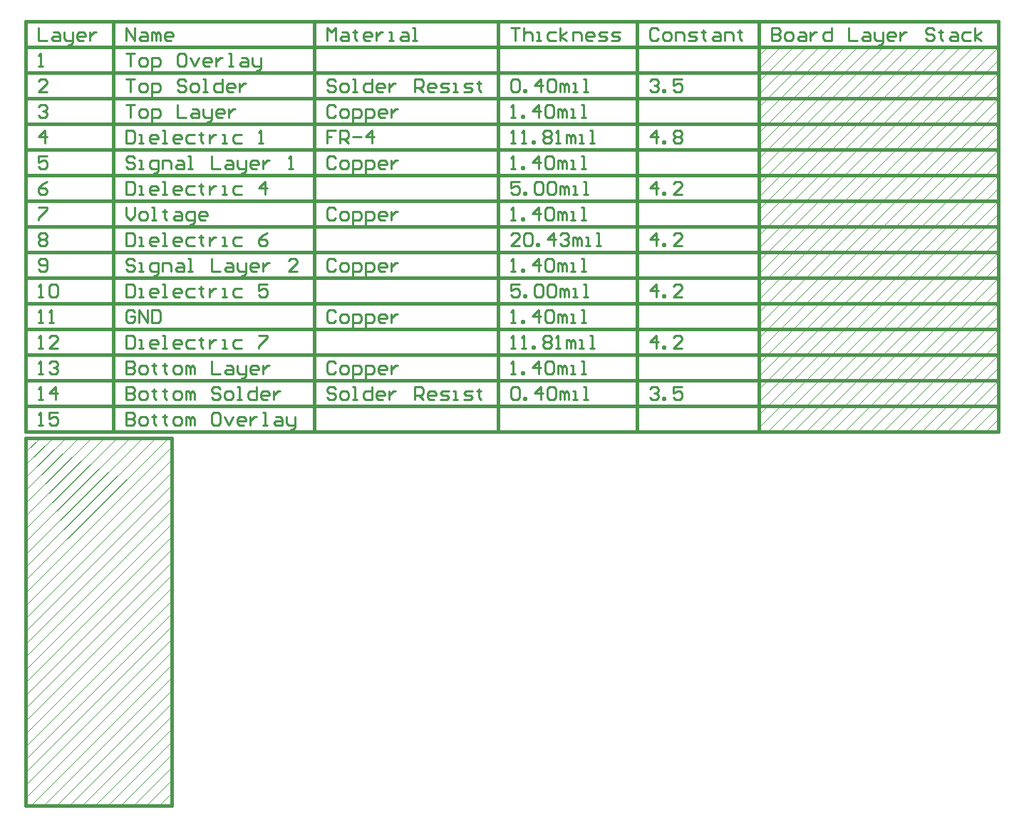
<source format=gm1>
G04 Layer_Color=16711935*
%FSLAX24Y24*%
%MOIN*%
G70*
G01*
G75*
%ADD58C,0.0010*%
%ADD99C,0.0100*%
%ADD100C,0.0150*%
D58*
X-14281Y25970D02*
X-14246Y26005D01*
X-14281Y25370D02*
X-13646Y26005D01*
X-14281Y24770D02*
X-13046Y26005D01*
X-14281Y24170D02*
X-12446Y26005D01*
X-14281Y23570D02*
X-11846Y26005D01*
X-14281Y22970D02*
X-11246Y26005D01*
X-14281Y22370D02*
X-10646Y26005D01*
X-14281Y21770D02*
X-10046Y26005D01*
X-14281Y21170D02*
X-9446Y26005D01*
X-14281Y20570D02*
X-8846Y26005D01*
X-14281Y19970D02*
X-8246Y26005D01*
X-14281Y19370D02*
X-7646Y26005D01*
X-14281Y18770D02*
X-7458Y25593D01*
X-14281Y18170D02*
X-7458Y24993D01*
X-14281Y17570D02*
X-7458Y24393D01*
X-14281Y16970D02*
X-7458Y23793D01*
X-14281Y16370D02*
X-7458Y23193D01*
X-14281Y15770D02*
X-7458Y22593D01*
X-14281Y15170D02*
X-7458Y21993D01*
X-14281Y14570D02*
X-7458Y21393D01*
X-14281Y13970D02*
X-7458Y20793D01*
X-14281Y13370D02*
X-7458Y20193D01*
X-14281Y12770D02*
X-7458Y19593D01*
X-14281Y12170D02*
X-7458Y18993D01*
X-14281Y11570D02*
X-7458Y18393D01*
X-14281Y10970D02*
X-7458Y17793D01*
X-14281Y10370D02*
X-7458Y17193D01*
X-14281Y9770D02*
X-7458Y16593D01*
X-14281Y9170D02*
X-7458Y15993D01*
X-14063Y8788D02*
X-7458Y15393D01*
X-13463Y8788D02*
X-7458Y14793D01*
X-12863Y8788D02*
X-7458Y14193D01*
X-12263Y8788D02*
X-7458Y13593D01*
X-11663Y8788D02*
X-7458Y12993D01*
X-11063Y8788D02*
X-7458Y12393D01*
X-10463Y8788D02*
X-7458Y11793D01*
X-9863Y8788D02*
X-7458Y11193D01*
X-9263Y8788D02*
X-7458Y10593D01*
X-8663Y8788D02*
X-7458Y9993D01*
X-8063Y8788D02*
X-7458Y9393D01*
X20010Y43903D02*
X20407Y44300D01*
X20010Y43303D02*
X21007Y44300D01*
X20407Y43100D02*
X21607Y44300D01*
X21007Y43100D02*
X22207Y44300D01*
X21607Y43100D02*
X22807Y44300D01*
X22207Y43100D02*
X23407Y44300D01*
X22807Y43100D02*
X24007Y44300D01*
X23407Y43100D02*
X24607Y44300D01*
X24007Y43100D02*
X25207Y44300D01*
X24607Y43100D02*
X25807Y44300D01*
X25207Y43100D02*
X26407Y44300D01*
X25807Y43100D02*
X27007Y44300D01*
X26407Y43100D02*
X27607Y44300D01*
X27007Y43100D02*
X28207Y44300D01*
X27607Y43100D02*
X28807Y44300D01*
X28207Y43100D02*
X29407Y44300D01*
X28807Y43100D02*
X30007Y44300D01*
X29407Y43100D02*
X30607Y44300D01*
X30007Y43100D02*
X31207Y44300D01*
X30607Y43100D02*
X31207Y43700D01*
X20010Y42703D02*
X20407Y43100D01*
X20010Y42103D02*
X21007Y43100D01*
X20407Y41900D02*
X21607Y43100D01*
X21007Y41900D02*
X22207Y43100D01*
X21607Y41900D02*
X22807Y43100D01*
X22207Y41900D02*
X23407Y43100D01*
X22807Y41900D02*
X24007Y43100D01*
X23407Y41900D02*
X24607Y43100D01*
X24007Y41900D02*
X25207Y43100D01*
X24607Y41900D02*
X25807Y43100D01*
X25207Y41900D02*
X26407Y43100D01*
X25807Y41900D02*
X27007Y43100D01*
X26407Y41900D02*
X27607Y43100D01*
X27007Y41900D02*
X28207Y43100D01*
X27607Y41900D02*
X28807Y43100D01*
X28207Y41900D02*
X29407Y43100D01*
X28807Y41900D02*
X30007Y43100D01*
X29407Y41900D02*
X30607Y43100D01*
X30007Y41900D02*
X31207Y43100D01*
X30607Y41900D02*
X31207Y42500D01*
X20010Y41503D02*
X20407Y41900D01*
X20010Y40903D02*
X21007Y41900D01*
X20407Y40700D02*
X21607Y41900D01*
X21007Y40700D02*
X22207Y41900D01*
X21607Y40700D02*
X22807Y41900D01*
X22207Y40700D02*
X23407Y41900D01*
X22807Y40700D02*
X24007Y41900D01*
X23407Y40700D02*
X24607Y41900D01*
X24007Y40700D02*
X25207Y41900D01*
X24607Y40700D02*
X25807Y41900D01*
X25207Y40700D02*
X26407Y41900D01*
X25807Y40700D02*
X27007Y41900D01*
X26407Y40700D02*
X27607Y41900D01*
X27007Y40700D02*
X28207Y41900D01*
X27607Y40700D02*
X28807Y41900D01*
X28207Y40700D02*
X29407Y41900D01*
X28807Y40700D02*
X30007Y41900D01*
X29407Y40700D02*
X30607Y41900D01*
X30007Y40700D02*
X31207Y41900D01*
X30607Y40700D02*
X31207Y41300D01*
X20010Y40303D02*
X20407Y40700D01*
X20010Y39703D02*
X21007Y40700D01*
X20407Y39500D02*
X21607Y40700D01*
X21007Y39500D02*
X22207Y40700D01*
X21607Y39500D02*
X22807Y40700D01*
X22207Y39500D02*
X23407Y40700D01*
X22807Y39500D02*
X24007Y40700D01*
X23407Y39500D02*
X24607Y40700D01*
X24007Y39500D02*
X25207Y40700D01*
X24607Y39500D02*
X25807Y40700D01*
X25207Y39500D02*
X26407Y40700D01*
X25807Y39500D02*
X27007Y40700D01*
X26407Y39500D02*
X27607Y40700D01*
X27007Y39500D02*
X28207Y40700D01*
X27607Y39500D02*
X28807Y40700D01*
X28207Y39500D02*
X29407Y40700D01*
X28807Y39500D02*
X30007Y40700D01*
X29407Y39500D02*
X30607Y40700D01*
X30007Y39500D02*
X31207Y40700D01*
X30607Y39500D02*
X31207Y40100D01*
X20010Y39103D02*
X20407Y39500D01*
X20010Y38503D02*
X21007Y39500D01*
X20407Y38300D02*
X21607Y39500D01*
X21007Y38300D02*
X22207Y39500D01*
X21607Y38300D02*
X22807Y39500D01*
X22207Y38300D02*
X23407Y39500D01*
X22807Y38300D02*
X24007Y39500D01*
X23407Y38300D02*
X24607Y39500D01*
X24007Y38300D02*
X25207Y39500D01*
X24607Y38300D02*
X25807Y39500D01*
X25207Y38300D02*
X26407Y39500D01*
X25807Y38300D02*
X27007Y39500D01*
X26407Y38300D02*
X27607Y39500D01*
X27007Y38300D02*
X28207Y39500D01*
X27607Y38300D02*
X28807Y39500D01*
X28207Y38300D02*
X29407Y39500D01*
X28807Y38300D02*
X30007Y39500D01*
X29407Y38300D02*
X30607Y39500D01*
X30007Y38300D02*
X31207Y39500D01*
X30607Y38300D02*
X31207Y38900D01*
X20010Y37903D02*
X20407Y38300D01*
X20010Y37303D02*
X21007Y38300D01*
X20407Y37100D02*
X21607Y38300D01*
X21007Y37100D02*
X22207Y38300D01*
X21607Y37100D02*
X22807Y38300D01*
X22207Y37100D02*
X23407Y38300D01*
X22807Y37100D02*
X24007Y38300D01*
X23407Y37100D02*
X24607Y38300D01*
X24007Y37100D02*
X25207Y38300D01*
X24607Y37100D02*
X25807Y38300D01*
X25207Y37100D02*
X26407Y38300D01*
X25807Y37100D02*
X27007Y38300D01*
X26407Y37100D02*
X27607Y38300D01*
X27007Y37100D02*
X28207Y38300D01*
X27607Y37100D02*
X28807Y38300D01*
X28207Y37100D02*
X29407Y38300D01*
X28807Y37100D02*
X30007Y38300D01*
X29407Y37100D02*
X30607Y38300D01*
X30007Y37100D02*
X31207Y38300D01*
X30607Y37100D02*
X31207Y37700D01*
X20010Y36703D02*
X20407Y37100D01*
X20010Y36103D02*
X21007Y37100D01*
X20407Y35900D02*
X21607Y37100D01*
X21007Y35900D02*
X22207Y37100D01*
X21607Y35900D02*
X22807Y37100D01*
X22207Y35900D02*
X23407Y37100D01*
X22807Y35900D02*
X24007Y37100D01*
X23407Y35900D02*
X24607Y37100D01*
X24007Y35900D02*
X25207Y37100D01*
X24607Y35900D02*
X25807Y37100D01*
X25207Y35900D02*
X26407Y37100D01*
X25807Y35900D02*
X27007Y37100D01*
X26407Y35900D02*
X27607Y37100D01*
X27007Y35900D02*
X28207Y37100D01*
X27607Y35900D02*
X28807Y37100D01*
X28207Y35900D02*
X29407Y37100D01*
X28807Y35900D02*
X30007Y37100D01*
X29407Y35900D02*
X30607Y37100D01*
X30007Y35900D02*
X31207Y37100D01*
X30607Y35900D02*
X31207Y36500D01*
X20010Y35503D02*
X20407Y35900D01*
X20010Y34903D02*
X21007Y35900D01*
X20407Y34700D02*
X21607Y35900D01*
X21007Y34700D02*
X22207Y35900D01*
X21607Y34700D02*
X22807Y35900D01*
X22207Y34700D02*
X23407Y35900D01*
X22807Y34700D02*
X24007Y35900D01*
X23407Y34700D02*
X24607Y35900D01*
X24007Y34700D02*
X25207Y35900D01*
X24607Y34700D02*
X25807Y35900D01*
X25207Y34700D02*
X26407Y35900D01*
X25807Y34700D02*
X27007Y35900D01*
X26407Y34700D02*
X27607Y35900D01*
X27007Y34700D02*
X28207Y35900D01*
X27607Y34700D02*
X28807Y35900D01*
X28207Y34700D02*
X29407Y35900D01*
X28807Y34700D02*
X30007Y35900D01*
X29407Y34700D02*
X30607Y35900D01*
X30007Y34700D02*
X31207Y35900D01*
X30607Y34700D02*
X31207Y35300D01*
X20010Y34303D02*
X20407Y34700D01*
X20010Y33703D02*
X21007Y34700D01*
X20407Y33500D02*
X21607Y34700D01*
X21007Y33500D02*
X22207Y34700D01*
X21607Y33500D02*
X22807Y34700D01*
X22207Y33500D02*
X23407Y34700D01*
X22807Y33500D02*
X24007Y34700D01*
X23407Y33500D02*
X24607Y34700D01*
X24007Y33500D02*
X25207Y34700D01*
X24607Y33500D02*
X25807Y34700D01*
X25207Y33500D02*
X26407Y34700D01*
X25807Y33500D02*
X27007Y34700D01*
X26407Y33500D02*
X27607Y34700D01*
X27007Y33500D02*
X28207Y34700D01*
X27607Y33500D02*
X28807Y34700D01*
X28207Y33500D02*
X29407Y34700D01*
X28807Y33500D02*
X30007Y34700D01*
X29407Y33500D02*
X30607Y34700D01*
X30007Y33500D02*
X31207Y34700D01*
X30607Y33500D02*
X31207Y34100D01*
X20010Y33103D02*
X20407Y33500D01*
X20010Y32503D02*
X21007Y33500D01*
X20407Y32300D02*
X21607Y33500D01*
X21007Y32300D02*
X22207Y33500D01*
X21607Y32300D02*
X22807Y33500D01*
X22207Y32300D02*
X23407Y33500D01*
X22807Y32300D02*
X24007Y33500D01*
X23407Y32300D02*
X24607Y33500D01*
X24007Y32300D02*
X25207Y33500D01*
X24607Y32300D02*
X25807Y33500D01*
X25207Y32300D02*
X26407Y33500D01*
X25807Y32300D02*
X27007Y33500D01*
X26407Y32300D02*
X27607Y33500D01*
X27007Y32300D02*
X28207Y33500D01*
X27607Y32300D02*
X28807Y33500D01*
X28207Y32300D02*
X29407Y33500D01*
X28807Y32300D02*
X30007Y33500D01*
X29407Y32300D02*
X30607Y33500D01*
X30007Y32300D02*
X31207Y33500D01*
X30607Y32300D02*
X31207Y32900D01*
X20010Y31903D02*
X20407Y32300D01*
X20010Y31303D02*
X21007Y32300D01*
X20407Y31100D02*
X21607Y32300D01*
X21007Y31100D02*
X22207Y32300D01*
X21607Y31100D02*
X22807Y32300D01*
X22207Y31100D02*
X23407Y32300D01*
X22807Y31100D02*
X24007Y32300D01*
X23407Y31100D02*
X24607Y32300D01*
X24007Y31100D02*
X25207Y32300D01*
X24607Y31100D02*
X25807Y32300D01*
X25207Y31100D02*
X26407Y32300D01*
X25807Y31100D02*
X27007Y32300D01*
X26407Y31100D02*
X27607Y32300D01*
X27007Y31100D02*
X28207Y32300D01*
X27607Y31100D02*
X28807Y32300D01*
X28207Y31100D02*
X29407Y32300D01*
X28807Y31100D02*
X30007Y32300D01*
X29407Y31100D02*
X30607Y32300D01*
X30007Y31100D02*
X31207Y32300D01*
X30607Y31100D02*
X31207Y31700D01*
X20010Y30703D02*
X20407Y31100D01*
X20010Y30103D02*
X21007Y31100D01*
X20407Y29900D02*
X21607Y31100D01*
X21007Y29900D02*
X22207Y31100D01*
X21607Y29900D02*
X22807Y31100D01*
X22207Y29900D02*
X23407Y31100D01*
X22807Y29900D02*
X24007Y31100D01*
X23407Y29900D02*
X24607Y31100D01*
X24007Y29900D02*
X25207Y31100D01*
X24607Y29900D02*
X25807Y31100D01*
X25207Y29900D02*
X26407Y31100D01*
X25807Y29900D02*
X27007Y31100D01*
X26407Y29900D02*
X27607Y31100D01*
X27007Y29900D02*
X28207Y31100D01*
X27607Y29900D02*
X28807Y31100D01*
X28207Y29900D02*
X29407Y31100D01*
X28807Y29900D02*
X30007Y31100D01*
X29407Y29900D02*
X30607Y31100D01*
X30007Y29900D02*
X31207Y31100D01*
X30607Y29900D02*
X31207Y30500D01*
X20010Y29503D02*
X20407Y29900D01*
X20010Y28903D02*
X21007Y29900D01*
X20407Y28700D02*
X21607Y29900D01*
X21007Y28700D02*
X22207Y29900D01*
X21607Y28700D02*
X22807Y29900D01*
X22207Y28700D02*
X23407Y29900D01*
X22807Y28700D02*
X24007Y29900D01*
X23407Y28700D02*
X24607Y29900D01*
X24007Y28700D02*
X25207Y29900D01*
X24607Y28700D02*
X25807Y29900D01*
X25207Y28700D02*
X26407Y29900D01*
X25807Y28700D02*
X27007Y29900D01*
X26407Y28700D02*
X27607Y29900D01*
X27007Y28700D02*
X28207Y29900D01*
X27607Y28700D02*
X28807Y29900D01*
X28207Y28700D02*
X29407Y29900D01*
X28807Y28700D02*
X30007Y29900D01*
X29407Y28700D02*
X30607Y29900D01*
X30007Y28700D02*
X31207Y29900D01*
X30607Y28700D02*
X31207Y29300D01*
X20010Y28303D02*
X20407Y28700D01*
X20010Y27703D02*
X21007Y28700D01*
X20407Y27500D02*
X21607Y28700D01*
X21007Y27500D02*
X22207Y28700D01*
X21607Y27500D02*
X22807Y28700D01*
X22207Y27500D02*
X23407Y28700D01*
X22807Y27500D02*
X24007Y28700D01*
X23407Y27500D02*
X24607Y28700D01*
X24007Y27500D02*
X25207Y28700D01*
X24607Y27500D02*
X25807Y28700D01*
X25207Y27500D02*
X26407Y28700D01*
X25807Y27500D02*
X27007Y28700D01*
X26407Y27500D02*
X27607Y28700D01*
X27007Y27500D02*
X28207Y28700D01*
X27607Y27500D02*
X28807Y28700D01*
X28207Y27500D02*
X29407Y28700D01*
X28807Y27500D02*
X30007Y28700D01*
X29407Y27500D02*
X30607Y28700D01*
X30007Y27500D02*
X31207Y28700D01*
X30607Y27500D02*
X31207Y28100D01*
X20010Y27103D02*
X20407Y27500D01*
X20010Y26503D02*
X21007Y27500D01*
X20407Y26300D02*
X21607Y27500D01*
X21007Y26300D02*
X22207Y27500D01*
X21607Y26300D02*
X22807Y27500D01*
X22207Y26300D02*
X23407Y27500D01*
X22807Y26300D02*
X24007Y27500D01*
X23407Y26300D02*
X24607Y27500D01*
X24007Y26300D02*
X25207Y27500D01*
X24607Y26300D02*
X25807Y27500D01*
X25207Y26300D02*
X26407Y27500D01*
X25807Y26300D02*
X27007Y27500D01*
X26407Y26300D02*
X27607Y27500D01*
X27007Y26300D02*
X28207Y27500D01*
X27607Y26300D02*
X28807Y27500D01*
X28207Y26300D02*
X29407Y27500D01*
X28807Y26300D02*
X30007Y27500D01*
X29407Y26300D02*
X30607Y27500D01*
X30007Y26300D02*
X31207Y27500D01*
X30607Y26300D02*
X31207Y26900D01*
D99*
X20610Y45200D02*
Y44600D01*
X20910D01*
X21010Y44700D01*
Y44800D01*
X20910Y44900D01*
X20610D01*
X20910D01*
X21010Y45000D01*
Y45100D01*
X20910Y45200D01*
X20610D01*
X21310Y44600D02*
X21510D01*
X21610Y44700D01*
Y44900D01*
X21510Y45000D01*
X21310D01*
X21210Y44900D01*
Y44700D01*
X21310Y44600D01*
X21910Y45000D02*
X22110D01*
X22210Y44900D01*
Y44600D01*
X21910D01*
X21810Y44700D01*
X21910Y44800D01*
X22210D01*
X22409Y45000D02*
Y44600D01*
Y44800D01*
X22509Y44900D01*
X22609Y45000D01*
X22709D01*
X23409Y45200D02*
Y44600D01*
X23109D01*
X23009Y44700D01*
Y44900D01*
X23109Y45000D01*
X23409D01*
X24209Y45200D02*
Y44600D01*
X24609D01*
X24909Y45000D02*
X25109D01*
X25209Y44900D01*
Y44600D01*
X24909D01*
X24809Y44700D01*
X24909Y44800D01*
X25209D01*
X25408Y45000D02*
Y44700D01*
X25508Y44600D01*
X25808D01*
Y44500D01*
X25708Y44400D01*
X25608D01*
X25808Y44600D02*
Y45000D01*
X26308Y44600D02*
X26108D01*
X26008Y44700D01*
Y44900D01*
X26108Y45000D01*
X26308D01*
X26408Y44900D01*
Y44800D01*
X26008D01*
X26608Y45000D02*
Y44600D01*
Y44800D01*
X26708Y44900D01*
X26808Y45000D01*
X26908D01*
X28208Y45100D02*
X28108Y45200D01*
X27908D01*
X27808Y45100D01*
Y45000D01*
X27908Y44900D01*
X28108D01*
X28208Y44800D01*
Y44700D01*
X28108Y44600D01*
X27908D01*
X27808Y44700D01*
X28507Y45100D02*
Y45000D01*
X28407D01*
X28607D01*
X28507D01*
Y44700D01*
X28607Y44600D01*
X29007Y45000D02*
X29207D01*
X29307Y44900D01*
Y44600D01*
X29007D01*
X28907Y44700D01*
X29007Y44800D01*
X29307D01*
X29907Y45000D02*
X29607D01*
X29507Y44900D01*
Y44700D01*
X29607Y44600D01*
X29907D01*
X30107D02*
Y45200D01*
Y44800D02*
X30407Y45000D01*
X30107Y44800D02*
X30407Y44600D01*
X14911Y42700D02*
X15011Y42800D01*
X15211D01*
X15311Y42700D01*
Y42600D01*
X15211Y42500D01*
X15111D01*
X15211D01*
X15311Y42400D01*
Y42300D01*
X15211Y42200D01*
X15011D01*
X14911Y42300D01*
X15511Y42200D02*
Y42300D01*
X15611D01*
Y42200D01*
X15511D01*
X16411Y42800D02*
X16011D01*
Y42500D01*
X16211Y42600D01*
X16311D01*
X16411Y42500D01*
Y42300D01*
X16311Y42200D01*
X16111D01*
X16011Y42300D01*
X15211Y39800D02*
Y40400D01*
X14911Y40100D01*
X15311D01*
X15511Y39800D02*
Y39900D01*
X15611D01*
Y39800D01*
X15511D01*
X16011Y40300D02*
X16111Y40400D01*
X16311D01*
X16411Y40300D01*
Y40200D01*
X16311Y40100D01*
X16411Y40000D01*
Y39900D01*
X16311Y39800D01*
X16111D01*
X16011Y39900D01*
Y40000D01*
X16111Y40100D01*
X16011Y40200D01*
Y40300D01*
X16111Y40100D02*
X16311D01*
X15211Y37400D02*
Y38000D01*
X14911Y37700D01*
X15311D01*
X15511Y37400D02*
Y37500D01*
X15611D01*
Y37400D01*
X15511D01*
X16411D02*
X16011D01*
X16411Y37800D01*
Y37900D01*
X16311Y38000D01*
X16111D01*
X16011Y37900D01*
X15211Y35000D02*
Y35600D01*
X14911Y35300D01*
X15311D01*
X15511Y35000D02*
Y35100D01*
X15611D01*
Y35000D01*
X15511D01*
X16411D02*
X16011D01*
X16411Y35400D01*
Y35500D01*
X16311Y35600D01*
X16111D01*
X16011Y35500D01*
X15211Y32600D02*
Y33200D01*
X14911Y32900D01*
X15311D01*
X15511Y32600D02*
Y32700D01*
X15611D01*
Y32600D01*
X15511D01*
X16411D02*
X16011D01*
X16411Y33000D01*
Y33100D01*
X16311Y33200D01*
X16111D01*
X16011Y33100D01*
X15211Y30200D02*
Y30800D01*
X14911Y30500D01*
X15311D01*
X15511Y30200D02*
Y30300D01*
X15611D01*
Y30200D01*
X15511D01*
X16411D02*
X16011D01*
X16411Y30600D01*
Y30700D01*
X16311Y30800D01*
X16111D01*
X16011Y30700D01*
X14911Y28300D02*
X15011Y28400D01*
X15211D01*
X15311Y28300D01*
Y28200D01*
X15211Y28100D01*
X15111D01*
X15211D01*
X15311Y28000D01*
Y27900D01*
X15211Y27800D01*
X15011D01*
X14911Y27900D01*
X15511Y27800D02*
Y27900D01*
X15611D01*
Y27800D01*
X15511D01*
X16411Y28400D02*
X16011D01*
Y28100D01*
X16211Y28200D01*
X16311D01*
X16411Y28100D01*
Y27900D01*
X16311Y27800D01*
X16111D01*
X16011Y27900D01*
X15311Y45100D02*
X15211Y45200D01*
X15011D01*
X14911Y45100D01*
Y44700D01*
X15011Y44600D01*
X15211D01*
X15311Y44700D01*
X15611Y44600D02*
X15811D01*
X15911Y44700D01*
Y44900D01*
X15811Y45000D01*
X15611D01*
X15511Y44900D01*
Y44700D01*
X15611Y44600D01*
X16111D02*
Y45000D01*
X16411D01*
X16511Y44900D01*
Y44600D01*
X16711D02*
X17011D01*
X17111Y44700D01*
X17011Y44800D01*
X16811D01*
X16711Y44900D01*
X16811Y45000D01*
X17111D01*
X17411Y45100D02*
Y45000D01*
X17311D01*
X17511D01*
X17411D01*
Y44700D01*
X17511Y44600D01*
X17910Y45000D02*
X18110D01*
X18210Y44900D01*
Y44600D01*
X17910D01*
X17810Y44700D01*
X17910Y44800D01*
X18210D01*
X18410Y44600D02*
Y45000D01*
X18710D01*
X18810Y44900D01*
Y44600D01*
X19110Y45100D02*
Y45000D01*
X19010D01*
X19210D01*
X19110D01*
Y44700D01*
X19210Y44600D01*
X8413Y42700D02*
X8513Y42800D01*
X8713D01*
X8813Y42700D01*
Y42300D01*
X8713Y42200D01*
X8513D01*
X8413Y42300D01*
Y42700D01*
X9013Y42200D02*
Y42300D01*
X9113D01*
Y42200D01*
X9013D01*
X9813D02*
Y42800D01*
X9513Y42500D01*
X9913D01*
X10113Y42700D02*
X10212Y42800D01*
X10412D01*
X10512Y42700D01*
Y42300D01*
X10412Y42200D01*
X10212D01*
X10113Y42300D01*
Y42700D01*
X10712Y42200D02*
Y42600D01*
X10812D01*
X10912Y42500D01*
Y42200D01*
Y42500D01*
X11012Y42600D01*
X11112Y42500D01*
Y42200D01*
X11312D02*
X11512D01*
X11412D01*
Y42600D01*
X11312D01*
X11812Y42200D02*
X12012D01*
X11912D01*
Y42800D01*
X11812D01*
X8413Y41000D02*
X8613D01*
X8513D01*
Y41600D01*
X8413Y41500D01*
X8913Y41000D02*
Y41100D01*
X9013D01*
Y41000D01*
X8913D01*
X9713D02*
Y41600D01*
X9413Y41300D01*
X9813D01*
X10013Y41500D02*
X10113Y41600D01*
X10312D01*
X10412Y41500D01*
Y41100D01*
X10312Y41000D01*
X10113D01*
X10013Y41100D01*
Y41500D01*
X10612Y41000D02*
Y41400D01*
X10712D01*
X10812Y41300D01*
Y41000D01*
Y41300D01*
X10912Y41400D01*
X11012Y41300D01*
Y41000D01*
X11212D02*
X11412D01*
X11312D01*
Y41400D01*
X11212D01*
X11712Y41000D02*
X11912D01*
X11812D01*
Y41600D01*
X11712D01*
X8413Y39800D02*
X8613D01*
X8513D01*
Y40400D01*
X8413Y40300D01*
X8913Y39800D02*
X9113D01*
X9013D01*
Y40400D01*
X8913Y40300D01*
X9413Y39800D02*
Y39900D01*
X9513D01*
Y39800D01*
X9413D01*
X9913Y40300D02*
X10013Y40400D01*
X10212D01*
X10312Y40300D01*
Y40200D01*
X10212Y40100D01*
X10312Y40000D01*
Y39900D01*
X10212Y39800D01*
X10013D01*
X9913Y39900D01*
Y40000D01*
X10013Y40100D01*
X9913Y40200D01*
Y40300D01*
X10013Y40100D02*
X10212D01*
X10512Y39800D02*
X10712D01*
X10612D01*
Y40400D01*
X10512Y40300D01*
X11012Y39800D02*
Y40200D01*
X11112D01*
X11212Y40100D01*
Y39800D01*
Y40100D01*
X11312Y40200D01*
X11412Y40100D01*
Y39800D01*
X11612D02*
X11812D01*
X11712D01*
Y40200D01*
X11612D01*
X12112Y39800D02*
X12312D01*
X12212D01*
Y40400D01*
X12112D01*
X8413Y38600D02*
X8613D01*
X8513D01*
Y39200D01*
X8413Y39100D01*
X8913Y38600D02*
Y38700D01*
X9013D01*
Y38600D01*
X8913D01*
X9713D02*
Y39200D01*
X9413Y38900D01*
X9813D01*
X10013Y39100D02*
X10113Y39200D01*
X10312D01*
X10412Y39100D01*
Y38700D01*
X10312Y38600D01*
X10113D01*
X10013Y38700D01*
Y39100D01*
X10612Y38600D02*
Y39000D01*
X10712D01*
X10812Y38900D01*
Y38600D01*
Y38900D01*
X10912Y39000D01*
X11012Y38900D01*
Y38600D01*
X11212D02*
X11412D01*
X11312D01*
Y39000D01*
X11212D01*
X11712Y38600D02*
X11912D01*
X11812D01*
Y39200D01*
X11712D01*
X8813Y38000D02*
X8413D01*
Y37700D01*
X8613Y37800D01*
X8713D01*
X8813Y37700D01*
Y37500D01*
X8713Y37400D01*
X8513D01*
X8413Y37500D01*
X9013Y37400D02*
Y37500D01*
X9113D01*
Y37400D01*
X9013D01*
X9513Y37900D02*
X9613Y38000D01*
X9813D01*
X9913Y37900D01*
Y37500D01*
X9813Y37400D01*
X9613D01*
X9513Y37500D01*
Y37900D01*
X10113D02*
X10212Y38000D01*
X10412D01*
X10512Y37900D01*
Y37500D01*
X10412Y37400D01*
X10212D01*
X10113Y37500D01*
Y37900D01*
X10712Y37400D02*
Y37800D01*
X10812D01*
X10912Y37700D01*
Y37400D01*
Y37700D01*
X11012Y37800D01*
X11112Y37700D01*
Y37400D01*
X11312D02*
X11512D01*
X11412D01*
Y37800D01*
X11312D01*
X11812Y37400D02*
X12012D01*
X11912D01*
Y38000D01*
X11812D01*
X8413Y36200D02*
X8613D01*
X8513D01*
Y36800D01*
X8413Y36700D01*
X8913Y36200D02*
Y36300D01*
X9013D01*
Y36200D01*
X8913D01*
X9713D02*
Y36800D01*
X9413Y36500D01*
X9813D01*
X10013Y36700D02*
X10113Y36800D01*
X10312D01*
X10412Y36700D01*
Y36300D01*
X10312Y36200D01*
X10113D01*
X10013Y36300D01*
Y36700D01*
X10612Y36200D02*
Y36600D01*
X10712D01*
X10812Y36500D01*
Y36200D01*
Y36500D01*
X10912Y36600D01*
X11012Y36500D01*
Y36200D01*
X11212D02*
X11412D01*
X11312D01*
Y36600D01*
X11212D01*
X11712Y36200D02*
X11912D01*
X11812D01*
Y36800D01*
X11712D01*
X8813Y35000D02*
X8413D01*
X8813Y35400D01*
Y35500D01*
X8713Y35600D01*
X8513D01*
X8413Y35500D01*
X9013D02*
X9113Y35600D01*
X9313D01*
X9413Y35500D01*
Y35100D01*
X9313Y35000D01*
X9113D01*
X9013Y35100D01*
Y35500D01*
X9613Y35000D02*
Y35100D01*
X9713D01*
Y35000D01*
X9613D01*
X10412D02*
Y35600D01*
X10113Y35300D01*
X10512D01*
X10712Y35500D02*
X10812Y35600D01*
X11012D01*
X11112Y35500D01*
Y35400D01*
X11012Y35300D01*
X10912D01*
X11012D01*
X11112Y35200D01*
Y35100D01*
X11012Y35000D01*
X10812D01*
X10712Y35100D01*
X11312Y35000D02*
Y35400D01*
X11412D01*
X11512Y35300D01*
Y35000D01*
Y35300D01*
X11612Y35400D01*
X11712Y35300D01*
Y35000D01*
X11912D02*
X12112D01*
X12012D01*
Y35400D01*
X11912D01*
X12412Y35000D02*
X12612D01*
X12512D01*
Y35600D01*
X12412D01*
X8413Y33800D02*
X8613D01*
X8513D01*
Y34400D01*
X8413Y34300D01*
X8913Y33800D02*
Y33900D01*
X9013D01*
Y33800D01*
X8913D01*
X9713D02*
Y34400D01*
X9413Y34100D01*
X9813D01*
X10013Y34300D02*
X10113Y34400D01*
X10312D01*
X10412Y34300D01*
Y33900D01*
X10312Y33800D01*
X10113D01*
X10013Y33900D01*
Y34300D01*
X10612Y33800D02*
Y34200D01*
X10712D01*
X10812Y34100D01*
Y33800D01*
Y34100D01*
X10912Y34200D01*
X11012Y34100D01*
Y33800D01*
X11212D02*
X11412D01*
X11312D01*
Y34200D01*
X11212D01*
X11712Y33800D02*
X11912D01*
X11812D01*
Y34400D01*
X11712D01*
X8813Y33200D02*
X8413D01*
Y32900D01*
X8613Y33000D01*
X8713D01*
X8813Y32900D01*
Y32700D01*
X8713Y32600D01*
X8513D01*
X8413Y32700D01*
X9013Y32600D02*
Y32700D01*
X9113D01*
Y32600D01*
X9013D01*
X9513Y33100D02*
X9613Y33200D01*
X9813D01*
X9913Y33100D01*
Y32700D01*
X9813Y32600D01*
X9613D01*
X9513Y32700D01*
Y33100D01*
X10113D02*
X10212Y33200D01*
X10412D01*
X10512Y33100D01*
Y32700D01*
X10412Y32600D01*
X10212D01*
X10113Y32700D01*
Y33100D01*
X10712Y32600D02*
Y33000D01*
X10812D01*
X10912Y32900D01*
Y32600D01*
Y32900D01*
X11012Y33000D01*
X11112Y32900D01*
Y32600D01*
X11312D02*
X11512D01*
X11412D01*
Y33000D01*
X11312D01*
X11812Y32600D02*
X12012D01*
X11912D01*
Y33200D01*
X11812D01*
X8413Y31400D02*
X8613D01*
X8513D01*
Y32000D01*
X8413Y31900D01*
X8913Y31400D02*
Y31500D01*
X9013D01*
Y31400D01*
X8913D01*
X9713D02*
Y32000D01*
X9413Y31700D01*
X9813D01*
X10013Y31900D02*
X10113Y32000D01*
X10312D01*
X10412Y31900D01*
Y31500D01*
X10312Y31400D01*
X10113D01*
X10013Y31500D01*
Y31900D01*
X10612Y31400D02*
Y31800D01*
X10712D01*
X10812Y31700D01*
Y31400D01*
Y31700D01*
X10912Y31800D01*
X11012Y31700D01*
Y31400D01*
X11212D02*
X11412D01*
X11312D01*
Y31800D01*
X11212D01*
X11712Y31400D02*
X11912D01*
X11812D01*
Y32000D01*
X11712D01*
X8413Y30200D02*
X8613D01*
X8513D01*
Y30800D01*
X8413Y30700D01*
X8913Y30200D02*
X9113D01*
X9013D01*
Y30800D01*
X8913Y30700D01*
X9413Y30200D02*
Y30300D01*
X9513D01*
Y30200D01*
X9413D01*
X9913Y30700D02*
X10013Y30800D01*
X10212D01*
X10312Y30700D01*
Y30600D01*
X10212Y30500D01*
X10312Y30400D01*
Y30300D01*
X10212Y30200D01*
X10013D01*
X9913Y30300D01*
Y30400D01*
X10013Y30500D01*
X9913Y30600D01*
Y30700D01*
X10013Y30500D02*
X10212D01*
X10512Y30200D02*
X10712D01*
X10612D01*
Y30800D01*
X10512Y30700D01*
X11012Y30200D02*
Y30600D01*
X11112D01*
X11212Y30500D01*
Y30200D01*
Y30500D01*
X11312Y30600D01*
X11412Y30500D01*
Y30200D01*
X11612D02*
X11812D01*
X11712D01*
Y30600D01*
X11612D01*
X12112Y30200D02*
X12312D01*
X12212D01*
Y30800D01*
X12112D01*
X8413Y29000D02*
X8613D01*
X8513D01*
Y29600D01*
X8413Y29500D01*
X8913Y29000D02*
Y29100D01*
X9013D01*
Y29000D01*
X8913D01*
X9713D02*
Y29600D01*
X9413Y29300D01*
X9813D01*
X10013Y29500D02*
X10113Y29600D01*
X10312D01*
X10412Y29500D01*
Y29100D01*
X10312Y29000D01*
X10113D01*
X10013Y29100D01*
Y29500D01*
X10612Y29000D02*
Y29400D01*
X10712D01*
X10812Y29300D01*
Y29000D01*
Y29300D01*
X10912Y29400D01*
X11012Y29300D01*
Y29000D01*
X11212D02*
X11412D01*
X11312D01*
Y29400D01*
X11212D01*
X11712Y29000D02*
X11912D01*
X11812D01*
Y29600D01*
X11712D01*
X8413Y28300D02*
X8513Y28400D01*
X8713D01*
X8813Y28300D01*
Y27900D01*
X8713Y27800D01*
X8513D01*
X8413Y27900D01*
Y28300D01*
X9013Y27800D02*
Y27900D01*
X9113D01*
Y27800D01*
X9013D01*
X9813D02*
Y28400D01*
X9513Y28100D01*
X9913D01*
X10113Y28300D02*
X10212Y28400D01*
X10412D01*
X10512Y28300D01*
Y27900D01*
X10412Y27800D01*
X10212D01*
X10113Y27900D01*
Y28300D01*
X10712Y27800D02*
Y28200D01*
X10812D01*
X10912Y28100D01*
Y27800D01*
Y28100D01*
X11012Y28200D01*
X11112Y28100D01*
Y27800D01*
X11312D02*
X11512D01*
X11412D01*
Y28200D01*
X11312D01*
X11812Y27800D02*
X12012D01*
X11912D01*
Y28400D01*
X11812D01*
X8413Y45200D02*
X8813D01*
X8613D01*
Y44600D01*
X9013Y45200D02*
Y44600D01*
Y44900D01*
X9113Y45000D01*
X9313D01*
X9413Y44900D01*
Y44600D01*
X9613D02*
X9813D01*
X9713D01*
Y45000D01*
X9613D01*
X10512D02*
X10212D01*
X10113Y44900D01*
Y44700D01*
X10212Y44600D01*
X10512D01*
X10712D02*
Y45200D01*
Y44800D02*
X11012Y45000D01*
X10712Y44800D02*
X11012Y44600D01*
X11312D02*
Y45000D01*
X11612D01*
X11712Y44900D01*
Y44600D01*
X12212D02*
X12012D01*
X11912Y44700D01*
Y44900D01*
X12012Y45000D01*
X12212D01*
X12312Y44900D01*
Y44800D01*
X11912D01*
X12512Y44600D02*
X12812D01*
X12912Y44700D01*
X12812Y44800D01*
X12612D01*
X12512Y44900D01*
X12612Y45000D01*
X12912D01*
X13112Y44600D02*
X13411D01*
X13511Y44700D01*
X13411Y44800D01*
X13212D01*
X13112Y44900D01*
X13212Y45000D01*
X13511D01*
X215Y42700D02*
X115Y42800D01*
X-85D01*
X-185Y42700D01*
Y42600D01*
X-85Y42500D01*
X115D01*
X215Y42400D01*
Y42300D01*
X115Y42200D01*
X-85D01*
X-185Y42300D01*
X515Y42200D02*
X715D01*
X815Y42300D01*
Y42500D01*
X715Y42600D01*
X515D01*
X415Y42500D01*
Y42300D01*
X515Y42200D01*
X1015D02*
X1215D01*
X1115D01*
Y42800D01*
X1015D01*
X1915D02*
Y42200D01*
X1615D01*
X1515Y42300D01*
Y42500D01*
X1615Y42600D01*
X1915D01*
X2415Y42200D02*
X2215D01*
X2115Y42300D01*
Y42500D01*
X2215Y42600D01*
X2415D01*
X2515Y42500D01*
Y42400D01*
X2115D01*
X2714Y42600D02*
Y42200D01*
Y42400D01*
X2814Y42500D01*
X2914Y42600D01*
X3014D01*
X3914Y42200D02*
Y42800D01*
X4214D01*
X4314Y42700D01*
Y42500D01*
X4214Y42400D01*
X3914D01*
X4114D02*
X4314Y42200D01*
X4814D02*
X4614D01*
X4514Y42300D01*
Y42500D01*
X4614Y42600D01*
X4814D01*
X4914Y42500D01*
Y42400D01*
X4514D01*
X5114Y42200D02*
X5414D01*
X5514Y42300D01*
X5414Y42400D01*
X5214D01*
X5114Y42500D01*
X5214Y42600D01*
X5514D01*
X5713Y42200D02*
X5913D01*
X5813D01*
Y42600D01*
X5713D01*
X6213Y42200D02*
X6513D01*
X6613Y42300D01*
X6513Y42400D01*
X6313D01*
X6213Y42500D01*
X6313Y42600D01*
X6613D01*
X6913Y42700D02*
Y42600D01*
X6813D01*
X7013D01*
X6913D01*
Y42300D01*
X7013Y42200D01*
X215Y41500D02*
X115Y41600D01*
X-85D01*
X-185Y41500D01*
Y41100D01*
X-85Y41000D01*
X115D01*
X215Y41100D01*
X515Y41000D02*
X715D01*
X815Y41100D01*
Y41300D01*
X715Y41400D01*
X515D01*
X415Y41300D01*
Y41100D01*
X515Y41000D01*
X1015Y40800D02*
Y41400D01*
X1315D01*
X1415Y41300D01*
Y41100D01*
X1315Y41000D01*
X1015D01*
X1615Y40800D02*
Y41400D01*
X1915D01*
X2015Y41300D01*
Y41100D01*
X1915Y41000D01*
X1615D01*
X2515D02*
X2315D01*
X2215Y41100D01*
Y41300D01*
X2315Y41400D01*
X2515D01*
X2614Y41300D01*
Y41200D01*
X2215D01*
X2814Y41400D02*
Y41000D01*
Y41200D01*
X2914Y41300D01*
X3014Y41400D01*
X3114D01*
X215Y40400D02*
X-185D01*
Y40100D01*
X15D01*
X-185D01*
Y39800D01*
X415D02*
Y40400D01*
X715D01*
X815Y40300D01*
Y40100D01*
X715Y40000D01*
X415D01*
X615D02*
X815Y39800D01*
X1015Y40100D02*
X1415D01*
X1915Y39800D02*
Y40400D01*
X1615Y40100D01*
X2015D01*
X215Y39100D02*
X115Y39200D01*
X-85D01*
X-185Y39100D01*
Y38700D01*
X-85Y38600D01*
X115D01*
X215Y38700D01*
X515Y38600D02*
X715D01*
X815Y38700D01*
Y38900D01*
X715Y39000D01*
X515D01*
X415Y38900D01*
Y38700D01*
X515Y38600D01*
X1015Y38400D02*
Y39000D01*
X1315D01*
X1415Y38900D01*
Y38700D01*
X1315Y38600D01*
X1015D01*
X1615Y38400D02*
Y39000D01*
X1915D01*
X2015Y38900D01*
Y38700D01*
X1915Y38600D01*
X1615D01*
X2515D02*
X2315D01*
X2215Y38700D01*
Y38900D01*
X2315Y39000D01*
X2515D01*
X2614Y38900D01*
Y38800D01*
X2215D01*
X2814Y39000D02*
Y38600D01*
Y38800D01*
X2914Y38900D01*
X3014Y39000D01*
X3114D01*
X215Y36700D02*
X115Y36800D01*
X-85D01*
X-185Y36700D01*
Y36300D01*
X-85Y36200D01*
X115D01*
X215Y36300D01*
X515Y36200D02*
X715D01*
X815Y36300D01*
Y36500D01*
X715Y36600D01*
X515D01*
X415Y36500D01*
Y36300D01*
X515Y36200D01*
X1015Y36000D02*
Y36600D01*
X1315D01*
X1415Y36500D01*
Y36300D01*
X1315Y36200D01*
X1015D01*
X1615Y36000D02*
Y36600D01*
X1915D01*
X2015Y36500D01*
Y36300D01*
X1915Y36200D01*
X1615D01*
X2515D02*
X2315D01*
X2215Y36300D01*
Y36500D01*
X2315Y36600D01*
X2515D01*
X2614Y36500D01*
Y36400D01*
X2215D01*
X2814Y36600D02*
Y36200D01*
Y36400D01*
X2914Y36500D01*
X3014Y36600D01*
X3114D01*
X215Y34300D02*
X115Y34400D01*
X-85D01*
X-185Y34300D01*
Y33900D01*
X-85Y33800D01*
X115D01*
X215Y33900D01*
X515Y33800D02*
X715D01*
X815Y33900D01*
Y34100D01*
X715Y34200D01*
X515D01*
X415Y34100D01*
Y33900D01*
X515Y33800D01*
X1015Y33600D02*
Y34200D01*
X1315D01*
X1415Y34100D01*
Y33900D01*
X1315Y33800D01*
X1015D01*
X1615Y33600D02*
Y34200D01*
X1915D01*
X2015Y34100D01*
Y33900D01*
X1915Y33800D01*
X1615D01*
X2515D02*
X2315D01*
X2215Y33900D01*
Y34100D01*
X2315Y34200D01*
X2515D01*
X2614Y34100D01*
Y34000D01*
X2215D01*
X2814Y34200D02*
Y33800D01*
Y34000D01*
X2914Y34100D01*
X3014Y34200D01*
X3114D01*
X215Y31900D02*
X115Y32000D01*
X-85D01*
X-185Y31900D01*
Y31500D01*
X-85Y31400D01*
X115D01*
X215Y31500D01*
X515Y31400D02*
X715D01*
X815Y31500D01*
Y31700D01*
X715Y31800D01*
X515D01*
X415Y31700D01*
Y31500D01*
X515Y31400D01*
X1015Y31200D02*
Y31800D01*
X1315D01*
X1415Y31700D01*
Y31500D01*
X1315Y31400D01*
X1015D01*
X1615Y31200D02*
Y31800D01*
X1915D01*
X2015Y31700D01*
Y31500D01*
X1915Y31400D01*
X1615D01*
X2515D02*
X2315D01*
X2215Y31500D01*
Y31700D01*
X2315Y31800D01*
X2515D01*
X2614Y31700D01*
Y31600D01*
X2215D01*
X2814Y31800D02*
Y31400D01*
Y31600D01*
X2914Y31700D01*
X3014Y31800D01*
X3114D01*
X215Y29500D02*
X115Y29600D01*
X-85D01*
X-185Y29500D01*
Y29100D01*
X-85Y29000D01*
X115D01*
X215Y29100D01*
X515Y29000D02*
X715D01*
X815Y29100D01*
Y29300D01*
X715Y29400D01*
X515D01*
X415Y29300D01*
Y29100D01*
X515Y29000D01*
X1015Y28800D02*
Y29400D01*
X1315D01*
X1415Y29300D01*
Y29100D01*
X1315Y29000D01*
X1015D01*
X1615Y28800D02*
Y29400D01*
X1915D01*
X2015Y29300D01*
Y29100D01*
X1915Y29000D01*
X1615D01*
X2515D02*
X2315D01*
X2215Y29100D01*
Y29300D01*
X2315Y29400D01*
X2515D01*
X2614Y29300D01*
Y29200D01*
X2215D01*
X2814Y29400D02*
Y29000D01*
Y29200D01*
X2914Y29300D01*
X3014Y29400D01*
X3114D01*
X215Y28300D02*
X115Y28400D01*
X-85D01*
X-185Y28300D01*
Y28200D01*
X-85Y28100D01*
X115D01*
X215Y28000D01*
Y27900D01*
X115Y27800D01*
X-85D01*
X-185Y27900D01*
X515Y27800D02*
X715D01*
X815Y27900D01*
Y28100D01*
X715Y28200D01*
X515D01*
X415Y28100D01*
Y27900D01*
X515Y27800D01*
X1015D02*
X1215D01*
X1115D01*
Y28400D01*
X1015D01*
X1915D02*
Y27800D01*
X1615D01*
X1515Y27900D01*
Y28100D01*
X1615Y28200D01*
X1915D01*
X2415Y27800D02*
X2215D01*
X2115Y27900D01*
Y28100D01*
X2215Y28200D01*
X2415D01*
X2515Y28100D01*
Y28000D01*
X2115D01*
X2714Y28200D02*
Y27800D01*
Y28000D01*
X2814Y28100D01*
X2914Y28200D01*
X3014D01*
X3914Y27800D02*
Y28400D01*
X4214D01*
X4314Y28300D01*
Y28100D01*
X4214Y28000D01*
X3914D01*
X4114D02*
X4314Y27800D01*
X4814D02*
X4614D01*
X4514Y27900D01*
Y28100D01*
X4614Y28200D01*
X4814D01*
X4914Y28100D01*
Y28000D01*
X4514D01*
X5114Y27800D02*
X5414D01*
X5514Y27900D01*
X5414Y28000D01*
X5214D01*
X5114Y28100D01*
X5214Y28200D01*
X5514D01*
X5713Y27800D02*
X5913D01*
X5813D01*
Y28200D01*
X5713D01*
X6213Y27800D02*
X6513D01*
X6613Y27900D01*
X6513Y28000D01*
X6313D01*
X6213Y28100D01*
X6313Y28200D01*
X6613D01*
X6913Y28300D02*
Y28200D01*
X6813D01*
X7013D01*
X6913D01*
Y27900D01*
X7013Y27800D01*
X-185Y44600D02*
Y45200D01*
X15Y45000D01*
X215Y45200D01*
Y44600D01*
X515Y45000D02*
X715D01*
X815Y44900D01*
Y44600D01*
X515D01*
X415Y44700D01*
X515Y44800D01*
X815D01*
X1115Y45100D02*
Y45000D01*
X1015D01*
X1215D01*
X1115D01*
Y44700D01*
X1215Y44600D01*
X1815D02*
X1615D01*
X1515Y44700D01*
Y44900D01*
X1615Y45000D01*
X1815D01*
X1915Y44900D01*
Y44800D01*
X1515D01*
X2115Y45000D02*
Y44600D01*
Y44800D01*
X2215Y44900D01*
X2315Y45000D01*
X2415D01*
X2714Y44600D02*
X2914D01*
X2814D01*
Y45000D01*
X2714D01*
X3314D02*
X3514D01*
X3614Y44900D01*
Y44600D01*
X3314D01*
X3214Y44700D01*
X3314Y44800D01*
X3614D01*
X3814Y44600D02*
X4014D01*
X3914D01*
Y45200D01*
X3814D01*
X-9582Y44000D02*
X-9182D01*
X-9382D01*
Y43400D01*
X-8882D02*
X-8682D01*
X-8582Y43500D01*
Y43700D01*
X-8682Y43800D01*
X-8882D01*
X-8982Y43700D01*
Y43500D01*
X-8882Y43400D01*
X-8382Y43200D02*
Y43800D01*
X-8083D01*
X-7983Y43700D01*
Y43500D01*
X-8083Y43400D01*
X-8382D01*
X-6883Y44000D02*
X-7083D01*
X-7183Y43900D01*
Y43500D01*
X-7083Y43400D01*
X-6883D01*
X-6783Y43500D01*
Y43900D01*
X-6883Y44000D01*
X-6583Y43800D02*
X-6383Y43400D01*
X-6183Y43800D01*
X-5683Y43400D02*
X-5883D01*
X-5983Y43500D01*
Y43700D01*
X-5883Y43800D01*
X-5683D01*
X-5583Y43700D01*
Y43600D01*
X-5983D01*
X-5383Y43800D02*
Y43400D01*
Y43600D01*
X-5283Y43700D01*
X-5183Y43800D01*
X-5083D01*
X-4784Y43400D02*
X-4584D01*
X-4684D01*
Y44000D01*
X-4784D01*
X-4184Y43800D02*
X-3984D01*
X-3884Y43700D01*
Y43400D01*
X-4184D01*
X-4284Y43500D01*
X-4184Y43600D01*
X-3884D01*
X-3684Y43800D02*
Y43500D01*
X-3584Y43400D01*
X-3284D01*
Y43300D01*
X-3384Y43200D01*
X-3484D01*
X-3284Y43400D02*
Y43800D01*
X-9582Y42800D02*
X-9182D01*
X-9382D01*
Y42200D01*
X-8882D02*
X-8682D01*
X-8582Y42300D01*
Y42500D01*
X-8682Y42600D01*
X-8882D01*
X-8982Y42500D01*
Y42300D01*
X-8882Y42200D01*
X-8382Y42000D02*
Y42600D01*
X-8083D01*
X-7983Y42500D01*
Y42300D01*
X-8083Y42200D01*
X-8382D01*
X-6783Y42700D02*
X-6883Y42800D01*
X-7083D01*
X-7183Y42700D01*
Y42600D01*
X-7083Y42500D01*
X-6883D01*
X-6783Y42400D01*
Y42300D01*
X-6883Y42200D01*
X-7083D01*
X-7183Y42300D01*
X-6483Y42200D02*
X-6283D01*
X-6183Y42300D01*
Y42500D01*
X-6283Y42600D01*
X-6483D01*
X-6583Y42500D01*
Y42300D01*
X-6483Y42200D01*
X-5983D02*
X-5783D01*
X-5883D01*
Y42800D01*
X-5983D01*
X-5083D02*
Y42200D01*
X-5383D01*
X-5483Y42300D01*
Y42500D01*
X-5383Y42600D01*
X-5083D01*
X-4584Y42200D02*
X-4784D01*
X-4884Y42300D01*
Y42500D01*
X-4784Y42600D01*
X-4584D01*
X-4484Y42500D01*
Y42400D01*
X-4884D01*
X-4284Y42600D02*
Y42200D01*
Y42400D01*
X-4184Y42500D01*
X-4084Y42600D01*
X-3984D01*
X-9582Y41600D02*
X-9182D01*
X-9382D01*
Y41000D01*
X-8882D02*
X-8682D01*
X-8582Y41100D01*
Y41300D01*
X-8682Y41400D01*
X-8882D01*
X-8982Y41300D01*
Y41100D01*
X-8882Y41000D01*
X-8382Y40800D02*
Y41400D01*
X-8083D01*
X-7983Y41300D01*
Y41100D01*
X-8083Y41000D01*
X-8382D01*
X-7183Y41600D02*
Y41000D01*
X-6783D01*
X-6483Y41400D02*
X-6283D01*
X-6183Y41300D01*
Y41000D01*
X-6483D01*
X-6583Y41100D01*
X-6483Y41200D01*
X-6183D01*
X-5983Y41400D02*
Y41100D01*
X-5883Y41000D01*
X-5583D01*
Y40900D01*
X-5683Y40800D01*
X-5783D01*
X-5583Y41000D02*
Y41400D01*
X-5083Y41000D02*
X-5283D01*
X-5383Y41100D01*
Y41300D01*
X-5283Y41400D01*
X-5083D01*
X-4984Y41300D01*
Y41200D01*
X-5383D01*
X-4784Y41400D02*
Y41000D01*
Y41200D01*
X-4684Y41300D01*
X-4584Y41400D01*
X-4484D01*
X-9582Y40400D02*
Y39800D01*
X-9282D01*
X-9182Y39900D01*
Y40300D01*
X-9282Y40400D01*
X-9582D01*
X-8982Y39800D02*
X-8782D01*
X-8882D01*
Y40200D01*
X-8982D01*
X-8182Y39800D02*
X-8382D01*
X-8482Y39900D01*
Y40100D01*
X-8382Y40200D01*
X-8182D01*
X-8083Y40100D01*
Y40000D01*
X-8482D01*
X-7883Y39800D02*
X-7683D01*
X-7783D01*
Y40400D01*
X-7883D01*
X-7083Y39800D02*
X-7283D01*
X-7383Y39900D01*
Y40100D01*
X-7283Y40200D01*
X-7083D01*
X-6983Y40100D01*
Y40000D01*
X-7383D01*
X-6383Y40200D02*
X-6683D01*
X-6783Y40100D01*
Y39900D01*
X-6683Y39800D01*
X-6383D01*
X-6083Y40300D02*
Y40200D01*
X-6183D01*
X-5983D01*
X-6083D01*
Y39900D01*
X-5983Y39800D01*
X-5683Y40200D02*
Y39800D01*
Y40000D01*
X-5583Y40100D01*
X-5483Y40200D01*
X-5383D01*
X-5083Y39800D02*
X-4884D01*
X-4984D01*
Y40200D01*
X-5083D01*
X-4184D02*
X-4484D01*
X-4584Y40100D01*
Y39900D01*
X-4484Y39800D01*
X-4184D01*
X-3384D02*
X-3184D01*
X-3284D01*
Y40400D01*
X-3384Y40300D01*
X-9182Y39100D02*
X-9282Y39200D01*
X-9482D01*
X-9582Y39100D01*
Y39000D01*
X-9482Y38900D01*
X-9282D01*
X-9182Y38800D01*
Y38700D01*
X-9282Y38600D01*
X-9482D01*
X-9582Y38700D01*
X-8982Y38600D02*
X-8782D01*
X-8882D01*
Y39000D01*
X-8982D01*
X-8282Y38400D02*
X-8182D01*
X-8083Y38500D01*
Y39000D01*
X-8382D01*
X-8482Y38900D01*
Y38700D01*
X-8382Y38600D01*
X-8083D01*
X-7883D02*
Y39000D01*
X-7583D01*
X-7483Y38900D01*
Y38600D01*
X-7183Y39000D02*
X-6983D01*
X-6883Y38900D01*
Y38600D01*
X-7183D01*
X-7283Y38700D01*
X-7183Y38800D01*
X-6883D01*
X-6683Y38600D02*
X-6483D01*
X-6583D01*
Y39200D01*
X-6683D01*
X-5583D02*
Y38600D01*
X-5183D01*
X-4884Y39000D02*
X-4684D01*
X-4584Y38900D01*
Y38600D01*
X-4884D01*
X-4984Y38700D01*
X-4884Y38800D01*
X-4584D01*
X-4384Y39000D02*
Y38700D01*
X-4284Y38600D01*
X-3984D01*
Y38500D01*
X-4084Y38400D01*
X-4184D01*
X-3984Y38600D02*
Y39000D01*
X-3484Y38600D02*
X-3684D01*
X-3784Y38700D01*
Y38900D01*
X-3684Y39000D01*
X-3484D01*
X-3384Y38900D01*
Y38800D01*
X-3784D01*
X-3184Y39000D02*
Y38600D01*
Y38800D01*
X-3084Y38900D01*
X-2984Y39000D01*
X-2884D01*
X-1984Y38600D02*
X-1785D01*
X-1885D01*
Y39200D01*
X-1984Y39100D01*
X-9582Y38000D02*
Y37400D01*
X-9282D01*
X-9182Y37500D01*
Y37900D01*
X-9282Y38000D01*
X-9582D01*
X-8982Y37400D02*
X-8782D01*
X-8882D01*
Y37800D01*
X-8982D01*
X-8182Y37400D02*
X-8382D01*
X-8482Y37500D01*
Y37700D01*
X-8382Y37800D01*
X-8182D01*
X-8083Y37700D01*
Y37600D01*
X-8482D01*
X-7883Y37400D02*
X-7683D01*
X-7783D01*
Y38000D01*
X-7883D01*
X-7083Y37400D02*
X-7283D01*
X-7383Y37500D01*
Y37700D01*
X-7283Y37800D01*
X-7083D01*
X-6983Y37700D01*
Y37600D01*
X-7383D01*
X-6383Y37800D02*
X-6683D01*
X-6783Y37700D01*
Y37500D01*
X-6683Y37400D01*
X-6383D01*
X-6083Y37900D02*
Y37800D01*
X-6183D01*
X-5983D01*
X-6083D01*
Y37500D01*
X-5983Y37400D01*
X-5683Y37800D02*
Y37400D01*
Y37600D01*
X-5583Y37700D01*
X-5483Y37800D01*
X-5383D01*
X-5083Y37400D02*
X-4884D01*
X-4984D01*
Y37800D01*
X-5083D01*
X-4184D02*
X-4484D01*
X-4584Y37700D01*
Y37500D01*
X-4484Y37400D01*
X-4184D01*
X-3084D02*
Y38000D01*
X-3384Y37700D01*
X-2984D01*
X-9582Y36800D02*
Y36400D01*
X-9382Y36200D01*
X-9182Y36400D01*
Y36800D01*
X-8882Y36200D02*
X-8682D01*
X-8582Y36300D01*
Y36500D01*
X-8682Y36600D01*
X-8882D01*
X-8982Y36500D01*
Y36300D01*
X-8882Y36200D01*
X-8382D02*
X-8182D01*
X-8282D01*
Y36800D01*
X-8382D01*
X-7783Y36700D02*
Y36600D01*
X-7883D01*
X-7683D01*
X-7783D01*
Y36300D01*
X-7683Y36200D01*
X-7283Y36600D02*
X-7083D01*
X-6983Y36500D01*
Y36200D01*
X-7283D01*
X-7383Y36300D01*
X-7283Y36400D01*
X-6983D01*
X-6583Y36000D02*
X-6483D01*
X-6383Y36100D01*
Y36600D01*
X-6683D01*
X-6783Y36500D01*
Y36300D01*
X-6683Y36200D01*
X-6383D01*
X-5883D02*
X-6083D01*
X-6183Y36300D01*
Y36500D01*
X-6083Y36600D01*
X-5883D01*
X-5783Y36500D01*
Y36400D01*
X-6183D01*
X-9582Y35600D02*
Y35000D01*
X-9282D01*
X-9182Y35100D01*
Y35500D01*
X-9282Y35600D01*
X-9582D01*
X-8982Y35000D02*
X-8782D01*
X-8882D01*
Y35400D01*
X-8982D01*
X-8182Y35000D02*
X-8382D01*
X-8482Y35100D01*
Y35300D01*
X-8382Y35400D01*
X-8182D01*
X-8083Y35300D01*
Y35200D01*
X-8482D01*
X-7883Y35000D02*
X-7683D01*
X-7783D01*
Y35600D01*
X-7883D01*
X-7083Y35000D02*
X-7283D01*
X-7383Y35100D01*
Y35300D01*
X-7283Y35400D01*
X-7083D01*
X-6983Y35300D01*
Y35200D01*
X-7383D01*
X-6383Y35400D02*
X-6683D01*
X-6783Y35300D01*
Y35100D01*
X-6683Y35000D01*
X-6383D01*
X-6083Y35500D02*
Y35400D01*
X-6183D01*
X-5983D01*
X-6083D01*
Y35100D01*
X-5983Y35000D01*
X-5683Y35400D02*
Y35000D01*
Y35200D01*
X-5583Y35300D01*
X-5483Y35400D01*
X-5383D01*
X-5083Y35000D02*
X-4884D01*
X-4984D01*
Y35400D01*
X-5083D01*
X-4184D02*
X-4484D01*
X-4584Y35300D01*
Y35100D01*
X-4484Y35000D01*
X-4184D01*
X-2984Y35600D02*
X-3184Y35500D01*
X-3384Y35300D01*
Y35100D01*
X-3284Y35000D01*
X-3084D01*
X-2984Y35100D01*
Y35200D01*
X-3084Y35300D01*
X-3384D01*
X-9182Y34300D02*
X-9282Y34400D01*
X-9482D01*
X-9582Y34300D01*
Y34200D01*
X-9482Y34100D01*
X-9282D01*
X-9182Y34000D01*
Y33900D01*
X-9282Y33800D01*
X-9482D01*
X-9582Y33900D01*
X-8982Y33800D02*
X-8782D01*
X-8882D01*
Y34200D01*
X-8982D01*
X-8282Y33600D02*
X-8182D01*
X-8083Y33700D01*
Y34200D01*
X-8382D01*
X-8482Y34100D01*
Y33900D01*
X-8382Y33800D01*
X-8083D01*
X-7883D02*
Y34200D01*
X-7583D01*
X-7483Y34100D01*
Y33800D01*
X-7183Y34200D02*
X-6983D01*
X-6883Y34100D01*
Y33800D01*
X-7183D01*
X-7283Y33900D01*
X-7183Y34000D01*
X-6883D01*
X-6683Y33800D02*
X-6483D01*
X-6583D01*
Y34400D01*
X-6683D01*
X-5583D02*
Y33800D01*
X-5183D01*
X-4884Y34200D02*
X-4684D01*
X-4584Y34100D01*
Y33800D01*
X-4884D01*
X-4984Y33900D01*
X-4884Y34000D01*
X-4584D01*
X-4384Y34200D02*
Y33900D01*
X-4284Y33800D01*
X-3984D01*
Y33700D01*
X-4084Y33600D01*
X-4184D01*
X-3984Y33800D02*
Y34200D01*
X-3484Y33800D02*
X-3684D01*
X-3784Y33900D01*
Y34100D01*
X-3684Y34200D01*
X-3484D01*
X-3384Y34100D01*
Y34000D01*
X-3784D01*
X-3184Y34200D02*
Y33800D01*
Y34000D01*
X-3084Y34100D01*
X-2984Y34200D01*
X-2884D01*
X-1585Y33800D02*
X-1984D01*
X-1585Y34200D01*
Y34300D01*
X-1685Y34400D01*
X-1885D01*
X-1984Y34300D01*
X-9582Y33200D02*
Y32600D01*
X-9282D01*
X-9182Y32700D01*
Y33100D01*
X-9282Y33200D01*
X-9582D01*
X-8982Y32600D02*
X-8782D01*
X-8882D01*
Y33000D01*
X-8982D01*
X-8182Y32600D02*
X-8382D01*
X-8482Y32700D01*
Y32900D01*
X-8382Y33000D01*
X-8182D01*
X-8083Y32900D01*
Y32800D01*
X-8482D01*
X-7883Y32600D02*
X-7683D01*
X-7783D01*
Y33200D01*
X-7883D01*
X-7083Y32600D02*
X-7283D01*
X-7383Y32700D01*
Y32900D01*
X-7283Y33000D01*
X-7083D01*
X-6983Y32900D01*
Y32800D01*
X-7383D01*
X-6383Y33000D02*
X-6683D01*
X-6783Y32900D01*
Y32700D01*
X-6683Y32600D01*
X-6383D01*
X-6083Y33100D02*
Y33000D01*
X-6183D01*
X-5983D01*
X-6083D01*
Y32700D01*
X-5983Y32600D01*
X-5683Y33000D02*
Y32600D01*
Y32800D01*
X-5583Y32900D01*
X-5483Y33000D01*
X-5383D01*
X-5083Y32600D02*
X-4884D01*
X-4984D01*
Y33000D01*
X-5083D01*
X-4184D02*
X-4484D01*
X-4584Y32900D01*
Y32700D01*
X-4484Y32600D01*
X-4184D01*
X-2984Y33200D02*
X-3384D01*
Y32900D01*
X-3184Y33000D01*
X-3084D01*
X-2984Y32900D01*
Y32700D01*
X-3084Y32600D01*
X-3284D01*
X-3384Y32700D01*
X-9182Y31900D02*
X-9282Y32000D01*
X-9482D01*
X-9582Y31900D01*
Y31500D01*
X-9482Y31400D01*
X-9282D01*
X-9182Y31500D01*
Y31700D01*
X-9382D01*
X-8982Y31400D02*
Y32000D01*
X-8582Y31400D01*
Y32000D01*
X-8382D02*
Y31400D01*
X-8083D01*
X-7983Y31500D01*
Y31900D01*
X-8083Y32000D01*
X-8382D01*
X-9582Y30800D02*
Y30200D01*
X-9282D01*
X-9182Y30300D01*
Y30700D01*
X-9282Y30800D01*
X-9582D01*
X-8982Y30200D02*
X-8782D01*
X-8882D01*
Y30600D01*
X-8982D01*
X-8182Y30200D02*
X-8382D01*
X-8482Y30300D01*
Y30500D01*
X-8382Y30600D01*
X-8182D01*
X-8083Y30500D01*
Y30400D01*
X-8482D01*
X-7883Y30200D02*
X-7683D01*
X-7783D01*
Y30800D01*
X-7883D01*
X-7083Y30200D02*
X-7283D01*
X-7383Y30300D01*
Y30500D01*
X-7283Y30600D01*
X-7083D01*
X-6983Y30500D01*
Y30400D01*
X-7383D01*
X-6383Y30600D02*
X-6683D01*
X-6783Y30500D01*
Y30300D01*
X-6683Y30200D01*
X-6383D01*
X-6083Y30700D02*
Y30600D01*
X-6183D01*
X-5983D01*
X-6083D01*
Y30300D01*
X-5983Y30200D01*
X-5683Y30600D02*
Y30200D01*
Y30400D01*
X-5583Y30500D01*
X-5483Y30600D01*
X-5383D01*
X-5083Y30200D02*
X-4884D01*
X-4984D01*
Y30600D01*
X-5083D01*
X-4184D02*
X-4484D01*
X-4584Y30500D01*
Y30300D01*
X-4484Y30200D01*
X-4184D01*
X-3384Y30800D02*
X-2984D01*
Y30700D01*
X-3384Y30300D01*
Y30200D01*
X-9582Y29600D02*
Y29000D01*
X-9282D01*
X-9182Y29100D01*
Y29200D01*
X-9282Y29300D01*
X-9582D01*
X-9282D01*
X-9182Y29400D01*
Y29500D01*
X-9282Y29600D01*
X-9582D01*
X-8882Y29000D02*
X-8682D01*
X-8582Y29100D01*
Y29300D01*
X-8682Y29400D01*
X-8882D01*
X-8982Y29300D01*
Y29100D01*
X-8882Y29000D01*
X-8282Y29500D02*
Y29400D01*
X-8382D01*
X-8182D01*
X-8282D01*
Y29100D01*
X-8182Y29000D01*
X-7783Y29500D02*
Y29400D01*
X-7883D01*
X-7683D01*
X-7783D01*
Y29100D01*
X-7683Y29000D01*
X-7283D02*
X-7083D01*
X-6983Y29100D01*
Y29300D01*
X-7083Y29400D01*
X-7283D01*
X-7383Y29300D01*
Y29100D01*
X-7283Y29000D01*
X-6783D02*
Y29400D01*
X-6683D01*
X-6583Y29300D01*
Y29000D01*
Y29300D01*
X-6483Y29400D01*
X-6383Y29300D01*
Y29000D01*
X-5583Y29600D02*
Y29000D01*
X-5183D01*
X-4884Y29400D02*
X-4684D01*
X-4584Y29300D01*
Y29000D01*
X-4884D01*
X-4984Y29100D01*
X-4884Y29200D01*
X-4584D01*
X-4384Y29400D02*
Y29100D01*
X-4284Y29000D01*
X-3984D01*
Y28900D01*
X-4084Y28800D01*
X-4184D01*
X-3984Y29000D02*
Y29400D01*
X-3484Y29000D02*
X-3684D01*
X-3784Y29100D01*
Y29300D01*
X-3684Y29400D01*
X-3484D01*
X-3384Y29300D01*
Y29200D01*
X-3784D01*
X-3184Y29400D02*
Y29000D01*
Y29200D01*
X-3084Y29300D01*
X-2984Y29400D01*
X-2884D01*
X-9582Y28400D02*
Y27800D01*
X-9282D01*
X-9182Y27900D01*
Y28000D01*
X-9282Y28100D01*
X-9582D01*
X-9282D01*
X-9182Y28200D01*
Y28300D01*
X-9282Y28400D01*
X-9582D01*
X-8882Y27800D02*
X-8682D01*
X-8582Y27900D01*
Y28100D01*
X-8682Y28200D01*
X-8882D01*
X-8982Y28100D01*
Y27900D01*
X-8882Y27800D01*
X-8282Y28300D02*
Y28200D01*
X-8382D01*
X-8182D01*
X-8282D01*
Y27900D01*
X-8182Y27800D01*
X-7783Y28300D02*
Y28200D01*
X-7883D01*
X-7683D01*
X-7783D01*
Y27900D01*
X-7683Y27800D01*
X-7283D02*
X-7083D01*
X-6983Y27900D01*
Y28100D01*
X-7083Y28200D01*
X-7283D01*
X-7383Y28100D01*
Y27900D01*
X-7283Y27800D01*
X-6783D02*
Y28200D01*
X-6683D01*
X-6583Y28100D01*
Y27800D01*
Y28100D01*
X-6483Y28200D01*
X-6383Y28100D01*
Y27800D01*
X-5183Y28300D02*
X-5283Y28400D01*
X-5483D01*
X-5583Y28300D01*
Y28200D01*
X-5483Y28100D01*
X-5283D01*
X-5183Y28000D01*
Y27900D01*
X-5283Y27800D01*
X-5483D01*
X-5583Y27900D01*
X-4884Y27800D02*
X-4684D01*
X-4584Y27900D01*
Y28100D01*
X-4684Y28200D01*
X-4884D01*
X-4984Y28100D01*
Y27900D01*
X-4884Y27800D01*
X-4384D02*
X-4184D01*
X-4284D01*
Y28400D01*
X-4384D01*
X-3484D02*
Y27800D01*
X-3784D01*
X-3884Y27900D01*
Y28100D01*
X-3784Y28200D01*
X-3484D01*
X-2984Y27800D02*
X-3184D01*
X-3284Y27900D01*
Y28100D01*
X-3184Y28200D01*
X-2984D01*
X-2884Y28100D01*
Y28000D01*
X-3284D01*
X-2684Y28200D02*
Y27800D01*
Y28000D01*
X-2584Y28100D01*
X-2484Y28200D01*
X-2384D01*
X-9582Y27200D02*
Y26600D01*
X-9282D01*
X-9182Y26700D01*
Y26800D01*
X-9282Y26900D01*
X-9582D01*
X-9282D01*
X-9182Y27000D01*
Y27100D01*
X-9282Y27200D01*
X-9582D01*
X-8882Y26600D02*
X-8682D01*
X-8582Y26700D01*
Y26900D01*
X-8682Y27000D01*
X-8882D01*
X-8982Y26900D01*
Y26700D01*
X-8882Y26600D01*
X-8282Y27100D02*
Y27000D01*
X-8382D01*
X-8182D01*
X-8282D01*
Y26700D01*
X-8182Y26600D01*
X-7783Y27100D02*
Y27000D01*
X-7883D01*
X-7683D01*
X-7783D01*
Y26700D01*
X-7683Y26600D01*
X-7283D02*
X-7083D01*
X-6983Y26700D01*
Y26900D01*
X-7083Y27000D01*
X-7283D01*
X-7383Y26900D01*
Y26700D01*
X-7283Y26600D01*
X-6783D02*
Y27000D01*
X-6683D01*
X-6583Y26900D01*
Y26600D01*
Y26900D01*
X-6483Y27000D01*
X-6383Y26900D01*
Y26600D01*
X-5283Y27200D02*
X-5483D01*
X-5583Y27100D01*
Y26700D01*
X-5483Y26600D01*
X-5283D01*
X-5183Y26700D01*
Y27100D01*
X-5283Y27200D01*
X-4984Y27000D02*
X-4784Y26600D01*
X-4584Y27000D01*
X-4084Y26600D02*
X-4284D01*
X-4384Y26700D01*
Y26900D01*
X-4284Y27000D01*
X-4084D01*
X-3984Y26900D01*
Y26800D01*
X-4384D01*
X-3784Y27000D02*
Y26600D01*
Y26800D01*
X-3684Y26900D01*
X-3584Y27000D01*
X-3484D01*
X-3184Y26600D02*
X-2984D01*
X-3084D01*
Y27200D01*
X-3184D01*
X-2584Y27000D02*
X-2384D01*
X-2284Y26900D01*
Y26600D01*
X-2584D01*
X-2684Y26700D01*
X-2584Y26800D01*
X-2284D01*
X-2084Y27000D02*
Y26700D01*
X-1984Y26600D01*
X-1685D01*
Y26500D01*
X-1785Y26400D01*
X-1885D01*
X-1685Y26600D02*
Y27000D01*
X-9582Y44600D02*
Y45200D01*
X-9182Y44600D01*
Y45200D01*
X-8882Y45000D02*
X-8682D01*
X-8582Y44900D01*
Y44600D01*
X-8882D01*
X-8982Y44700D01*
X-8882Y44800D01*
X-8582D01*
X-8382Y44600D02*
Y45000D01*
X-8282D01*
X-8182Y44900D01*
Y44600D01*
Y44900D01*
X-8083Y45000D01*
X-7983Y44900D01*
Y44600D01*
X-7483D02*
X-7683D01*
X-7783Y44700D01*
Y44900D01*
X-7683Y45000D01*
X-7483D01*
X-7383Y44900D01*
Y44800D01*
X-7783D01*
X-13681Y43400D02*
X-13481D01*
X-13581D01*
Y44000D01*
X-13681Y43900D01*
X-13281Y42200D02*
X-13681D01*
X-13281Y42600D01*
Y42700D01*
X-13381Y42800D01*
X-13581D01*
X-13681Y42700D01*
Y41500D02*
X-13581Y41600D01*
X-13381D01*
X-13281Y41500D01*
Y41400D01*
X-13381Y41300D01*
X-13481D01*
X-13381D01*
X-13281Y41200D01*
Y41100D01*
X-13381Y41000D01*
X-13581D01*
X-13681Y41100D01*
X-13381Y39800D02*
Y40400D01*
X-13681Y40100D01*
X-13281D01*
Y39200D02*
X-13681D01*
Y38900D01*
X-13481Y39000D01*
X-13381D01*
X-13281Y38900D01*
Y38700D01*
X-13381Y38600D01*
X-13581D01*
X-13681Y38700D01*
X-13281Y38000D02*
X-13481Y37900D01*
X-13681Y37700D01*
Y37500D01*
X-13581Y37400D01*
X-13381D01*
X-13281Y37500D01*
Y37600D01*
X-13381Y37700D01*
X-13681D01*
Y36800D02*
X-13281D01*
Y36700D01*
X-13681Y36300D01*
Y36200D01*
Y35500D02*
X-13581Y35600D01*
X-13381D01*
X-13281Y35500D01*
Y35400D01*
X-13381Y35300D01*
X-13281Y35200D01*
Y35100D01*
X-13381Y35000D01*
X-13581D01*
X-13681Y35100D01*
Y35200D01*
X-13581Y35300D01*
X-13681Y35400D01*
Y35500D01*
X-13581Y35300D02*
X-13381D01*
X-13681Y33900D02*
X-13581Y33800D01*
X-13381D01*
X-13281Y33900D01*
Y34300D01*
X-13381Y34400D01*
X-13581D01*
X-13681Y34300D01*
Y34200D01*
X-13581Y34100D01*
X-13281D01*
X-13681Y32600D02*
X-13481D01*
X-13581D01*
Y33200D01*
X-13681Y33100D01*
X-13181D02*
X-13081Y33200D01*
X-12881D01*
X-12781Y33100D01*
Y32700D01*
X-12881Y32600D01*
X-13081D01*
X-13181Y32700D01*
Y33100D01*
X-13681Y31400D02*
X-13481D01*
X-13581D01*
Y32000D01*
X-13681Y31900D01*
X-13181Y31400D02*
X-12981D01*
X-13081D01*
Y32000D01*
X-13181Y31900D01*
X-13681Y30200D02*
X-13481D01*
X-13581D01*
Y30800D01*
X-13681Y30700D01*
X-12781Y30200D02*
X-13181D01*
X-12781Y30600D01*
Y30700D01*
X-12881Y30800D01*
X-13081D01*
X-13181Y30700D01*
X-13681Y29000D02*
X-13481D01*
X-13581D01*
Y29600D01*
X-13681Y29500D01*
X-13181D02*
X-13081Y29600D01*
X-12881D01*
X-12781Y29500D01*
Y29400D01*
X-12881Y29300D01*
X-12981D01*
X-12881D01*
X-12781Y29200D01*
Y29100D01*
X-12881Y29000D01*
X-13081D01*
X-13181Y29100D01*
X-13681Y27800D02*
X-13481D01*
X-13581D01*
Y28400D01*
X-13681Y28300D01*
X-12881Y27800D02*
Y28400D01*
X-13181Y28100D01*
X-12781D01*
X-13681Y26600D02*
X-13481D01*
X-13581D01*
Y27200D01*
X-13681Y27100D01*
X-12781Y27200D02*
X-13181D01*
Y26900D01*
X-12981Y27000D01*
X-12881D01*
X-12781Y26900D01*
Y26700D01*
X-12881Y26600D01*
X-13081D01*
X-13181Y26700D01*
X-13681Y45200D02*
Y44600D01*
X-13281D01*
X-12981Y45000D02*
X-12781D01*
X-12681Y44900D01*
Y44600D01*
X-12981D01*
X-13081Y44700D01*
X-12981Y44800D01*
X-12681D01*
X-12482Y45000D02*
Y44700D01*
X-12382Y44600D01*
X-12082D01*
Y44500D01*
X-12182Y44400D01*
X-12282D01*
X-12082Y44600D02*
Y45000D01*
X-11582Y44600D02*
X-11782D01*
X-11882Y44700D01*
Y44900D01*
X-11782Y45000D01*
X-11582D01*
X-11482Y44900D01*
Y44800D01*
X-11882D01*
X-11282Y45000D02*
Y44600D01*
Y44800D01*
X-11182Y44900D01*
X-11082Y45000D01*
X-10982D01*
D100*
X-14281Y8793D02*
Y26000D01*
X-7458D01*
Y8793D02*
Y26000D01*
X-14281Y8793D02*
X-7458D01*
X31207Y26300D02*
Y45500D01*
X20010Y43100D02*
X31207D01*
X20010Y41900D02*
X31207D01*
X20010Y40700D02*
X31207D01*
X20010Y39500D02*
X31207D01*
X20010Y38300D02*
X31207D01*
X20010Y37100D02*
X31207D01*
X20010Y35900D02*
X31207D01*
X20010Y34700D02*
X31207D01*
X20010Y33500D02*
X31207D01*
X20010Y32300D02*
X31207D01*
X20010Y31100D02*
X31207D01*
X20010Y29900D02*
X31207D01*
X20010Y28700D02*
X31207D01*
X20010Y27500D02*
X31207D01*
X20010Y26300D02*
X31207D01*
X20010D02*
Y45500D01*
X14311Y43100D02*
X20010D01*
X14311Y41900D02*
X20010D01*
X14311Y40700D02*
X20010D01*
X14311Y39500D02*
X20010D01*
X14311Y38300D02*
X20010D01*
X14311Y37100D02*
X20010D01*
X14311Y35900D02*
X20010D01*
X14311Y34700D02*
X20010D01*
X14311Y33500D02*
X20010D01*
X14311Y32300D02*
X20010D01*
X14311Y31100D02*
X20010D01*
X14311Y29900D02*
X20010D01*
X14311Y28700D02*
X20010D01*
X14311Y27500D02*
X20010D01*
X14311Y26300D02*
X20010D01*
X14311D02*
Y45500D01*
X7813Y43100D02*
X14311D01*
X7813Y41900D02*
X14311D01*
X7813Y40700D02*
X14311D01*
X7813Y39500D02*
X14311D01*
X7813Y38300D02*
X14311D01*
X7813Y37100D02*
X14311D01*
X7813Y35900D02*
X14311D01*
X7813Y34700D02*
X14311D01*
X7813Y33500D02*
X14311D01*
X7813Y32300D02*
X14311D01*
X7813Y31100D02*
X14311D01*
X7813Y29900D02*
X14311D01*
X7813Y28700D02*
X14311D01*
X7813Y27500D02*
X14311D01*
X7813Y26300D02*
X14311D01*
X7813D02*
Y45500D01*
X-785Y43100D02*
X7813D01*
X-785Y41900D02*
X7813D01*
X-785Y40700D02*
X7813D01*
X-785Y39500D02*
X7813D01*
X-785Y38300D02*
X7813D01*
X-785Y37100D02*
X7813D01*
X-785Y35900D02*
X7813D01*
X-785Y34700D02*
X7813D01*
X-785Y33500D02*
X7813D01*
X-785Y32300D02*
X7813D01*
X-785Y31100D02*
X7813D01*
X-785Y29900D02*
X7813D01*
X-785Y28700D02*
X7813D01*
X-785Y27500D02*
X7813D01*
X-785Y26300D02*
X7813D01*
X-785D02*
Y45500D01*
X-10182Y43100D02*
X-785D01*
X-10182Y41900D02*
X-785D01*
X-10182Y40700D02*
X-785D01*
X-10182Y39500D02*
X-785D01*
X-10182Y38300D02*
X-785D01*
X-10182Y37100D02*
X-785D01*
X-10182Y35900D02*
X-785D01*
X-10182Y34700D02*
X-785D01*
X-10182Y33500D02*
X-785D01*
X-10182Y32300D02*
X-785D01*
X-10182Y31100D02*
X-785D01*
X-10182Y29900D02*
X-785D01*
X-10182Y28700D02*
X-785D01*
X-10182Y27500D02*
X-785D01*
X-10182Y26300D02*
X-785D01*
X-10182D02*
Y45500D01*
X-14281Y43100D02*
X-10182D01*
X-14281Y41900D02*
X-10182D01*
X-14281Y40700D02*
X-10182D01*
X-14281Y39500D02*
X-10182D01*
X-14281Y38300D02*
X-10182D01*
X-14281Y37100D02*
X-10182D01*
X-14281Y35900D02*
X-10182D01*
X-14281Y34700D02*
X-10182D01*
X-14281Y33500D02*
X-10182D01*
X-14281Y32300D02*
X-10182D01*
X-14281Y31100D02*
X-10182D01*
X-14281Y29900D02*
X-10182D01*
X-14281Y28700D02*
X-10182D01*
X-14281Y27500D02*
X-10182D01*
X-14281Y26300D02*
X-10182D01*
X-14281D02*
Y45500D01*
X31207D01*
X-14281Y44300D02*
X31207D01*
M02*

</source>
